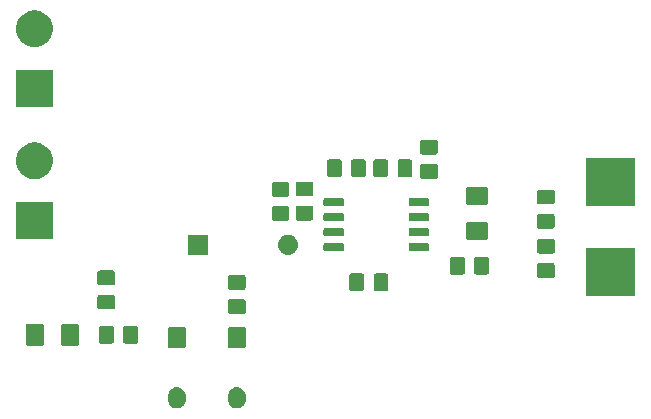
<source format=gbr>
G04 #@! TF.GenerationSoftware,KiCad,Pcbnew,(5.1.4)-1*
G04 #@! TF.CreationDate,2020-04-09T16:08:49+02:00*
G04 #@! TF.ProjectId,PIN_NiklasNachbau,50494e5f-4e69-46b6-9c61-734e61636862,rev?*
G04 #@! TF.SameCoordinates,Original*
G04 #@! TF.FileFunction,Soldermask,Top*
G04 #@! TF.FilePolarity,Negative*
%FSLAX46Y46*%
G04 Gerber Fmt 4.6, Leading zero omitted, Abs format (unit mm)*
G04 Created by KiCad (PCBNEW (5.1.4)-1) date 2020-04-09 16:08:49*
%MOMM*%
%LPD*%
G04 APERTURE LIST*
%ADD10C,0.100000*%
G04 APERTURE END LIST*
D10*
G36*
X117218222Y-83884867D02*
G01*
X117359786Y-83927810D01*
X117490252Y-83997546D01*
X117520040Y-84021992D01*
X117604607Y-84091393D01*
X117674008Y-84175960D01*
X117698454Y-84205748D01*
X117768190Y-84336214D01*
X117811133Y-84477779D01*
X117822000Y-84588114D01*
X117822000Y-84961887D01*
X117811133Y-85072222D01*
X117768190Y-85213786D01*
X117698454Y-85344252D01*
X117661784Y-85388934D01*
X117604607Y-85458606D01*
X117540415Y-85511286D01*
X117490251Y-85552454D01*
X117359785Y-85622190D01*
X117218221Y-85665133D01*
X117071000Y-85679633D01*
X116923778Y-85665133D01*
X116782214Y-85622190D01*
X116651748Y-85552454D01*
X116607066Y-85515784D01*
X116537394Y-85458607D01*
X116443547Y-85344252D01*
X116443546Y-85344251D01*
X116373810Y-85213785D01*
X116330867Y-85072221D01*
X116320000Y-84961886D01*
X116320000Y-84588113D01*
X116330867Y-84477778D01*
X116373810Y-84336214D01*
X116443546Y-84205748D01*
X116480216Y-84161066D01*
X116537393Y-84091394D01*
X116601585Y-84038714D01*
X116651749Y-83997546D01*
X116782215Y-83927810D01*
X116923779Y-83884867D01*
X117071000Y-83870367D01*
X117218222Y-83884867D01*
X117218222Y-83884867D01*
G37*
G36*
X122298222Y-83884867D02*
G01*
X122439786Y-83927810D01*
X122570252Y-83997546D01*
X122600040Y-84021992D01*
X122684607Y-84091393D01*
X122754008Y-84175960D01*
X122778454Y-84205748D01*
X122848190Y-84336214D01*
X122891133Y-84477779D01*
X122902000Y-84588114D01*
X122902000Y-84961887D01*
X122891133Y-85072222D01*
X122848190Y-85213786D01*
X122778454Y-85344252D01*
X122741784Y-85388934D01*
X122684607Y-85458606D01*
X122620415Y-85511286D01*
X122570251Y-85552454D01*
X122439785Y-85622190D01*
X122298221Y-85665133D01*
X122151000Y-85679633D01*
X122003778Y-85665133D01*
X121862214Y-85622190D01*
X121731748Y-85552454D01*
X121687066Y-85515784D01*
X121617394Y-85458607D01*
X121523547Y-85344252D01*
X121523546Y-85344251D01*
X121453810Y-85213785D01*
X121410867Y-85072221D01*
X121400000Y-84961886D01*
X121400000Y-84588113D01*
X121410867Y-84477778D01*
X121453810Y-84336214D01*
X121523546Y-84205748D01*
X121560216Y-84161066D01*
X121617393Y-84091394D01*
X121681585Y-84038714D01*
X121731749Y-83997546D01*
X121862215Y-83927810D01*
X122003779Y-83884867D01*
X122151000Y-83870367D01*
X122298222Y-83884867D01*
X122298222Y-83884867D01*
G37*
G36*
X122751481Y-78798183D02*
G01*
X122786419Y-78808782D01*
X122818619Y-78825993D01*
X122846844Y-78849156D01*
X122870007Y-78877381D01*
X122887218Y-78909581D01*
X122897817Y-78944519D01*
X122902000Y-78986996D01*
X122902000Y-80403004D01*
X122897817Y-80445481D01*
X122887218Y-80480419D01*
X122870007Y-80512619D01*
X122846844Y-80540844D01*
X122818619Y-80564007D01*
X122786419Y-80581218D01*
X122751481Y-80591817D01*
X122709004Y-80596000D01*
X121592996Y-80596000D01*
X121550519Y-80591817D01*
X121515581Y-80581218D01*
X121483381Y-80564007D01*
X121455156Y-80540844D01*
X121431993Y-80512619D01*
X121414782Y-80480419D01*
X121404183Y-80445481D01*
X121400000Y-80403004D01*
X121400000Y-78986996D01*
X121404183Y-78944519D01*
X121414782Y-78909581D01*
X121431993Y-78877381D01*
X121455156Y-78849156D01*
X121483381Y-78825993D01*
X121515581Y-78808782D01*
X121550519Y-78798183D01*
X121592996Y-78794000D01*
X122709004Y-78794000D01*
X122751481Y-78798183D01*
X122751481Y-78798183D01*
G37*
G36*
X117671481Y-78798183D02*
G01*
X117706419Y-78808782D01*
X117738619Y-78825993D01*
X117766844Y-78849156D01*
X117790007Y-78877381D01*
X117807218Y-78909581D01*
X117817817Y-78944519D01*
X117822000Y-78986996D01*
X117822000Y-80403004D01*
X117817817Y-80445481D01*
X117807218Y-80480419D01*
X117790007Y-80512619D01*
X117766844Y-80540844D01*
X117738619Y-80564007D01*
X117706419Y-80581218D01*
X117671481Y-80591817D01*
X117629004Y-80596000D01*
X116512996Y-80596000D01*
X116470519Y-80591817D01*
X116435581Y-80581218D01*
X116403381Y-80564007D01*
X116375156Y-80540844D01*
X116351993Y-80512619D01*
X116334782Y-80480419D01*
X116324183Y-80445481D01*
X116320000Y-80403004D01*
X116320000Y-78986996D01*
X116324183Y-78944519D01*
X116334782Y-78909581D01*
X116351993Y-78877381D01*
X116375156Y-78849156D01*
X116403381Y-78825993D01*
X116435581Y-78808782D01*
X116470519Y-78798183D01*
X116512996Y-78794000D01*
X117629004Y-78794000D01*
X117671481Y-78798183D01*
X117671481Y-78798183D01*
G37*
G36*
X108630562Y-78519181D02*
G01*
X108665481Y-78529774D01*
X108697663Y-78546976D01*
X108725873Y-78570127D01*
X108749024Y-78598337D01*
X108766226Y-78630519D01*
X108776819Y-78665438D01*
X108781000Y-78707895D01*
X108781000Y-80174105D01*
X108776819Y-80216562D01*
X108766226Y-80251481D01*
X108749024Y-80283663D01*
X108725873Y-80311873D01*
X108697663Y-80335024D01*
X108665481Y-80352226D01*
X108630562Y-80362819D01*
X108588105Y-80367000D01*
X107446895Y-80367000D01*
X107404438Y-80362819D01*
X107369519Y-80352226D01*
X107337337Y-80335024D01*
X107309127Y-80311873D01*
X107285976Y-80283663D01*
X107268774Y-80251481D01*
X107258181Y-80216562D01*
X107254000Y-80174105D01*
X107254000Y-78707895D01*
X107258181Y-78665438D01*
X107268774Y-78630519D01*
X107285976Y-78598337D01*
X107309127Y-78570127D01*
X107337337Y-78546976D01*
X107369519Y-78529774D01*
X107404438Y-78519181D01*
X107446895Y-78515000D01*
X108588105Y-78515000D01*
X108630562Y-78519181D01*
X108630562Y-78519181D01*
G37*
G36*
X105655562Y-78519181D02*
G01*
X105690481Y-78529774D01*
X105722663Y-78546976D01*
X105750873Y-78570127D01*
X105774024Y-78598337D01*
X105791226Y-78630519D01*
X105801819Y-78665438D01*
X105806000Y-78707895D01*
X105806000Y-80174105D01*
X105801819Y-80216562D01*
X105791226Y-80251481D01*
X105774024Y-80283663D01*
X105750873Y-80311873D01*
X105722663Y-80335024D01*
X105690481Y-80352226D01*
X105655562Y-80362819D01*
X105613105Y-80367000D01*
X104471895Y-80367000D01*
X104429438Y-80362819D01*
X104394519Y-80352226D01*
X104362337Y-80335024D01*
X104334127Y-80311873D01*
X104310976Y-80283663D01*
X104293774Y-80251481D01*
X104283181Y-80216562D01*
X104279000Y-80174105D01*
X104279000Y-78707895D01*
X104283181Y-78665438D01*
X104293774Y-78630519D01*
X104310976Y-78598337D01*
X104334127Y-78570127D01*
X104362337Y-78546976D01*
X104394519Y-78529774D01*
X104429438Y-78519181D01*
X104471895Y-78515000D01*
X105613105Y-78515000D01*
X105655562Y-78519181D01*
X105655562Y-78519181D01*
G37*
G36*
X113615674Y-78694465D02*
G01*
X113653367Y-78705899D01*
X113688103Y-78724466D01*
X113718548Y-78749452D01*
X113743534Y-78779897D01*
X113762101Y-78814633D01*
X113773535Y-78852326D01*
X113778000Y-78897661D01*
X113778000Y-79984339D01*
X113773535Y-80029674D01*
X113762101Y-80067367D01*
X113743534Y-80102103D01*
X113718548Y-80132548D01*
X113688103Y-80157534D01*
X113653367Y-80176101D01*
X113615674Y-80187535D01*
X113570339Y-80192000D01*
X112733661Y-80192000D01*
X112688326Y-80187535D01*
X112650633Y-80176101D01*
X112615897Y-80157534D01*
X112585452Y-80132548D01*
X112560466Y-80102103D01*
X112541899Y-80067367D01*
X112530465Y-80029674D01*
X112526000Y-79984339D01*
X112526000Y-78897661D01*
X112530465Y-78852326D01*
X112541899Y-78814633D01*
X112560466Y-78779897D01*
X112585452Y-78749452D01*
X112615897Y-78724466D01*
X112650633Y-78705899D01*
X112688326Y-78694465D01*
X112733661Y-78690000D01*
X113570339Y-78690000D01*
X113615674Y-78694465D01*
X113615674Y-78694465D01*
G37*
G36*
X111565674Y-78694465D02*
G01*
X111603367Y-78705899D01*
X111638103Y-78724466D01*
X111668548Y-78749452D01*
X111693534Y-78779897D01*
X111712101Y-78814633D01*
X111723535Y-78852326D01*
X111728000Y-78897661D01*
X111728000Y-79984339D01*
X111723535Y-80029674D01*
X111712101Y-80067367D01*
X111693534Y-80102103D01*
X111668548Y-80132548D01*
X111638103Y-80157534D01*
X111603367Y-80176101D01*
X111565674Y-80187535D01*
X111520339Y-80192000D01*
X110683661Y-80192000D01*
X110638326Y-80187535D01*
X110600633Y-80176101D01*
X110565897Y-80157534D01*
X110535452Y-80132548D01*
X110510466Y-80102103D01*
X110491899Y-80067367D01*
X110480465Y-80029674D01*
X110476000Y-79984339D01*
X110476000Y-78897661D01*
X110480465Y-78852326D01*
X110491899Y-78814633D01*
X110510466Y-78779897D01*
X110535452Y-78749452D01*
X110565897Y-78724466D01*
X110600633Y-78705899D01*
X110638326Y-78694465D01*
X110683661Y-78690000D01*
X111520339Y-78690000D01*
X111565674Y-78694465D01*
X111565674Y-78694465D01*
G37*
G36*
X122729674Y-76443465D02*
G01*
X122767367Y-76454899D01*
X122802103Y-76473466D01*
X122832548Y-76498452D01*
X122857534Y-76528897D01*
X122876101Y-76563633D01*
X122887535Y-76601326D01*
X122892000Y-76646661D01*
X122892000Y-77483339D01*
X122887535Y-77528674D01*
X122876101Y-77566367D01*
X122857534Y-77601103D01*
X122832548Y-77631548D01*
X122802103Y-77656534D01*
X122767367Y-77675101D01*
X122729674Y-77686535D01*
X122684339Y-77691000D01*
X121597661Y-77691000D01*
X121552326Y-77686535D01*
X121514633Y-77675101D01*
X121479897Y-77656534D01*
X121449452Y-77631548D01*
X121424466Y-77601103D01*
X121405899Y-77566367D01*
X121394465Y-77528674D01*
X121390000Y-77483339D01*
X121390000Y-76646661D01*
X121394465Y-76601326D01*
X121405899Y-76563633D01*
X121424466Y-76528897D01*
X121449452Y-76498452D01*
X121479897Y-76473466D01*
X121514633Y-76454899D01*
X121552326Y-76443465D01*
X121597661Y-76439000D01*
X122684339Y-76439000D01*
X122729674Y-76443465D01*
X122729674Y-76443465D01*
G37*
G36*
X111680674Y-76053465D02*
G01*
X111718367Y-76064899D01*
X111753103Y-76083466D01*
X111783548Y-76108452D01*
X111808534Y-76138897D01*
X111827101Y-76173633D01*
X111838535Y-76211326D01*
X111843000Y-76256661D01*
X111843000Y-77093339D01*
X111838535Y-77138674D01*
X111827101Y-77176367D01*
X111808534Y-77211103D01*
X111783548Y-77241548D01*
X111753103Y-77266534D01*
X111718367Y-77285101D01*
X111680674Y-77296535D01*
X111635339Y-77301000D01*
X110548661Y-77301000D01*
X110503326Y-77296535D01*
X110465633Y-77285101D01*
X110430897Y-77266534D01*
X110400452Y-77241548D01*
X110375466Y-77211103D01*
X110356899Y-77176367D01*
X110345465Y-77138674D01*
X110341000Y-77093339D01*
X110341000Y-76256661D01*
X110345465Y-76211326D01*
X110356899Y-76173633D01*
X110375466Y-76138897D01*
X110400452Y-76108452D01*
X110430897Y-76083466D01*
X110465633Y-76064899D01*
X110503326Y-76053465D01*
X110548661Y-76049000D01*
X111635339Y-76049000D01*
X111680674Y-76053465D01*
X111680674Y-76053465D01*
G37*
G36*
X155825000Y-76158000D02*
G01*
X151723000Y-76158000D01*
X151723000Y-72056000D01*
X155825000Y-72056000D01*
X155825000Y-76158000D01*
X155825000Y-76158000D01*
G37*
G36*
X132765674Y-74249465D02*
G01*
X132803367Y-74260899D01*
X132838103Y-74279466D01*
X132868548Y-74304452D01*
X132893534Y-74334897D01*
X132912101Y-74369633D01*
X132923535Y-74407326D01*
X132928000Y-74452661D01*
X132928000Y-75539339D01*
X132923535Y-75584674D01*
X132912101Y-75622367D01*
X132893534Y-75657103D01*
X132868548Y-75687548D01*
X132838103Y-75712534D01*
X132803367Y-75731101D01*
X132765674Y-75742535D01*
X132720339Y-75747000D01*
X131883661Y-75747000D01*
X131838326Y-75742535D01*
X131800633Y-75731101D01*
X131765897Y-75712534D01*
X131735452Y-75687548D01*
X131710466Y-75657103D01*
X131691899Y-75622367D01*
X131680465Y-75584674D01*
X131676000Y-75539339D01*
X131676000Y-74452661D01*
X131680465Y-74407326D01*
X131691899Y-74369633D01*
X131710466Y-74334897D01*
X131735452Y-74304452D01*
X131765897Y-74279466D01*
X131800633Y-74260899D01*
X131838326Y-74249465D01*
X131883661Y-74245000D01*
X132720339Y-74245000D01*
X132765674Y-74249465D01*
X132765674Y-74249465D01*
G37*
G36*
X134815674Y-74249465D02*
G01*
X134853367Y-74260899D01*
X134888103Y-74279466D01*
X134918548Y-74304452D01*
X134943534Y-74334897D01*
X134962101Y-74369633D01*
X134973535Y-74407326D01*
X134978000Y-74452661D01*
X134978000Y-75539339D01*
X134973535Y-75584674D01*
X134962101Y-75622367D01*
X134943534Y-75657103D01*
X134918548Y-75687548D01*
X134888103Y-75712534D01*
X134853367Y-75731101D01*
X134815674Y-75742535D01*
X134770339Y-75747000D01*
X133933661Y-75747000D01*
X133888326Y-75742535D01*
X133850633Y-75731101D01*
X133815897Y-75712534D01*
X133785452Y-75687548D01*
X133760466Y-75657103D01*
X133741899Y-75622367D01*
X133730465Y-75584674D01*
X133726000Y-75539339D01*
X133726000Y-74452661D01*
X133730465Y-74407326D01*
X133741899Y-74369633D01*
X133760466Y-74334897D01*
X133785452Y-74304452D01*
X133815897Y-74279466D01*
X133850633Y-74260899D01*
X133888326Y-74249465D01*
X133933661Y-74245000D01*
X134770339Y-74245000D01*
X134815674Y-74249465D01*
X134815674Y-74249465D01*
G37*
G36*
X122729674Y-74393465D02*
G01*
X122767367Y-74404899D01*
X122802103Y-74423466D01*
X122832548Y-74448452D01*
X122857534Y-74478897D01*
X122876101Y-74513633D01*
X122887535Y-74551326D01*
X122892000Y-74596661D01*
X122892000Y-75433339D01*
X122887535Y-75478674D01*
X122876101Y-75516367D01*
X122857534Y-75551103D01*
X122832548Y-75581548D01*
X122802103Y-75606534D01*
X122767367Y-75625101D01*
X122729674Y-75636535D01*
X122684339Y-75641000D01*
X121597661Y-75641000D01*
X121552326Y-75636535D01*
X121514633Y-75625101D01*
X121479897Y-75606534D01*
X121449452Y-75581548D01*
X121424466Y-75551103D01*
X121405899Y-75516367D01*
X121394465Y-75478674D01*
X121390000Y-75433339D01*
X121390000Y-74596661D01*
X121394465Y-74551326D01*
X121405899Y-74513633D01*
X121424466Y-74478897D01*
X121449452Y-74448452D01*
X121479897Y-74423466D01*
X121514633Y-74404899D01*
X121552326Y-74393465D01*
X121597661Y-74389000D01*
X122684339Y-74389000D01*
X122729674Y-74393465D01*
X122729674Y-74393465D01*
G37*
G36*
X111680674Y-74003465D02*
G01*
X111718367Y-74014899D01*
X111753103Y-74033466D01*
X111783548Y-74058452D01*
X111808534Y-74088897D01*
X111827101Y-74123633D01*
X111838535Y-74161326D01*
X111843000Y-74206661D01*
X111843000Y-75043339D01*
X111838535Y-75088674D01*
X111827101Y-75126367D01*
X111808534Y-75161103D01*
X111783548Y-75191548D01*
X111753103Y-75216534D01*
X111718367Y-75235101D01*
X111680674Y-75246535D01*
X111635339Y-75251000D01*
X110548661Y-75251000D01*
X110503326Y-75246535D01*
X110465633Y-75235101D01*
X110430897Y-75216534D01*
X110400452Y-75191548D01*
X110375466Y-75161103D01*
X110356899Y-75126367D01*
X110345465Y-75088674D01*
X110341000Y-75043339D01*
X110341000Y-74206661D01*
X110345465Y-74161326D01*
X110356899Y-74123633D01*
X110375466Y-74088897D01*
X110400452Y-74058452D01*
X110430897Y-74033466D01*
X110465633Y-74014899D01*
X110503326Y-74003465D01*
X110548661Y-73999000D01*
X111635339Y-73999000D01*
X111680674Y-74003465D01*
X111680674Y-74003465D01*
G37*
G36*
X148901674Y-73376465D02*
G01*
X148939367Y-73387899D01*
X148974103Y-73406466D01*
X149004548Y-73431452D01*
X149029534Y-73461897D01*
X149048101Y-73496633D01*
X149059535Y-73534326D01*
X149064000Y-73579661D01*
X149064000Y-74416339D01*
X149059535Y-74461674D01*
X149048101Y-74499367D01*
X149029534Y-74534103D01*
X149004548Y-74564548D01*
X148974103Y-74589534D01*
X148939367Y-74608101D01*
X148901674Y-74619535D01*
X148856339Y-74624000D01*
X147769661Y-74624000D01*
X147724326Y-74619535D01*
X147686633Y-74608101D01*
X147651897Y-74589534D01*
X147621452Y-74564548D01*
X147596466Y-74534103D01*
X147577899Y-74499367D01*
X147566465Y-74461674D01*
X147562000Y-74416339D01*
X147562000Y-73579661D01*
X147566465Y-73534326D01*
X147577899Y-73496633D01*
X147596466Y-73461897D01*
X147621452Y-73431452D01*
X147651897Y-73406466D01*
X147686633Y-73387899D01*
X147724326Y-73376465D01*
X147769661Y-73372000D01*
X148856339Y-73372000D01*
X148901674Y-73376465D01*
X148901674Y-73376465D01*
G37*
G36*
X143324674Y-72852465D02*
G01*
X143362367Y-72863899D01*
X143397103Y-72882466D01*
X143427548Y-72907452D01*
X143452534Y-72937897D01*
X143471101Y-72972633D01*
X143482535Y-73010326D01*
X143487000Y-73055661D01*
X143487000Y-74142339D01*
X143482535Y-74187674D01*
X143471101Y-74225367D01*
X143452534Y-74260103D01*
X143427548Y-74290548D01*
X143397103Y-74315534D01*
X143362367Y-74334101D01*
X143324674Y-74345535D01*
X143279339Y-74350000D01*
X142442661Y-74350000D01*
X142397326Y-74345535D01*
X142359633Y-74334101D01*
X142324897Y-74315534D01*
X142294452Y-74290548D01*
X142269466Y-74260103D01*
X142250899Y-74225367D01*
X142239465Y-74187674D01*
X142235000Y-74142339D01*
X142235000Y-73055661D01*
X142239465Y-73010326D01*
X142250899Y-72972633D01*
X142269466Y-72937897D01*
X142294452Y-72907452D01*
X142324897Y-72882466D01*
X142359633Y-72863899D01*
X142397326Y-72852465D01*
X142442661Y-72848000D01*
X143279339Y-72848000D01*
X143324674Y-72852465D01*
X143324674Y-72852465D01*
G37*
G36*
X141274674Y-72852465D02*
G01*
X141312367Y-72863899D01*
X141347103Y-72882466D01*
X141377548Y-72907452D01*
X141402534Y-72937897D01*
X141421101Y-72972633D01*
X141432535Y-73010326D01*
X141437000Y-73055661D01*
X141437000Y-74142339D01*
X141432535Y-74187674D01*
X141421101Y-74225367D01*
X141402534Y-74260103D01*
X141377548Y-74290548D01*
X141347103Y-74315534D01*
X141312367Y-74334101D01*
X141274674Y-74345535D01*
X141229339Y-74350000D01*
X140392661Y-74350000D01*
X140347326Y-74345535D01*
X140309633Y-74334101D01*
X140274897Y-74315534D01*
X140244452Y-74290548D01*
X140219466Y-74260103D01*
X140200899Y-74225367D01*
X140189465Y-74187674D01*
X140185000Y-74142339D01*
X140185000Y-73055661D01*
X140189465Y-73010326D01*
X140200899Y-72972633D01*
X140219466Y-72937897D01*
X140244452Y-72907452D01*
X140274897Y-72882466D01*
X140309633Y-72863899D01*
X140347326Y-72852465D01*
X140392661Y-72848000D01*
X141229339Y-72848000D01*
X141274674Y-72852465D01*
X141274674Y-72852465D01*
G37*
G36*
X119700000Y-72672000D02*
G01*
X117998000Y-72672000D01*
X117998000Y-70970000D01*
X119700000Y-70970000D01*
X119700000Y-72672000D01*
X119700000Y-72672000D01*
G37*
G36*
X126635823Y-70982313D02*
G01*
X126796242Y-71030976D01*
X126896236Y-71084424D01*
X126944078Y-71109996D01*
X127073659Y-71216341D01*
X127180004Y-71345922D01*
X127180005Y-71345924D01*
X127259024Y-71493758D01*
X127307687Y-71654177D01*
X127324117Y-71821000D01*
X127307687Y-71987823D01*
X127259024Y-72148242D01*
X127188114Y-72280906D01*
X127180004Y-72296078D01*
X127073659Y-72425659D01*
X126944078Y-72532004D01*
X126944076Y-72532005D01*
X126796242Y-72611024D01*
X126635823Y-72659687D01*
X126510804Y-72672000D01*
X126427196Y-72672000D01*
X126302177Y-72659687D01*
X126141758Y-72611024D01*
X125993924Y-72532005D01*
X125993922Y-72532004D01*
X125864341Y-72425659D01*
X125757996Y-72296078D01*
X125749886Y-72280906D01*
X125678976Y-72148242D01*
X125630313Y-71987823D01*
X125613883Y-71821000D01*
X125630313Y-71654177D01*
X125678976Y-71493758D01*
X125757995Y-71345924D01*
X125757996Y-71345922D01*
X125864341Y-71216341D01*
X125993922Y-71109996D01*
X126041764Y-71084424D01*
X126141758Y-71030976D01*
X126302177Y-70982313D01*
X126427196Y-70970000D01*
X126510804Y-70970000D01*
X126635823Y-70982313D01*
X126635823Y-70982313D01*
G37*
G36*
X148901674Y-71326465D02*
G01*
X148939367Y-71337899D01*
X148974103Y-71356466D01*
X149004548Y-71381452D01*
X149029534Y-71411897D01*
X149048101Y-71446633D01*
X149059535Y-71484326D01*
X149064000Y-71529661D01*
X149064000Y-72366339D01*
X149059535Y-72411674D01*
X149048101Y-72449367D01*
X149029534Y-72484103D01*
X149004548Y-72514548D01*
X148974103Y-72539534D01*
X148939367Y-72558101D01*
X148901674Y-72569535D01*
X148856339Y-72574000D01*
X147769661Y-72574000D01*
X147724326Y-72569535D01*
X147686633Y-72558101D01*
X147651897Y-72539534D01*
X147621452Y-72514548D01*
X147596466Y-72484103D01*
X147577899Y-72449367D01*
X147566465Y-72411674D01*
X147562000Y-72366339D01*
X147562000Y-71529661D01*
X147566465Y-71484326D01*
X147577899Y-71446633D01*
X147596466Y-71411897D01*
X147621452Y-71381452D01*
X147651897Y-71356466D01*
X147686633Y-71337899D01*
X147724326Y-71326465D01*
X147769661Y-71322000D01*
X148856339Y-71322000D01*
X148901674Y-71326465D01*
X148901674Y-71326465D01*
G37*
G36*
X138290929Y-71684765D02*
G01*
X138312010Y-71691161D01*
X138331446Y-71701549D01*
X138348477Y-71715525D01*
X138362453Y-71732556D01*
X138372841Y-71751992D01*
X138379237Y-71773073D01*
X138382001Y-71801141D01*
X138382001Y-72264861D01*
X138379237Y-72292929D01*
X138372841Y-72314010D01*
X138362453Y-72333446D01*
X138348477Y-72350477D01*
X138331446Y-72364453D01*
X138312010Y-72374841D01*
X138290929Y-72381237D01*
X138262861Y-72384001D01*
X136799141Y-72384001D01*
X136771073Y-72381237D01*
X136749992Y-72374841D01*
X136730556Y-72364453D01*
X136713525Y-72350477D01*
X136699549Y-72333446D01*
X136689161Y-72314010D01*
X136682765Y-72292929D01*
X136680001Y-72264861D01*
X136680001Y-71801141D01*
X136682765Y-71773073D01*
X136689161Y-71751992D01*
X136699549Y-71732556D01*
X136713525Y-71715525D01*
X136730556Y-71701549D01*
X136749992Y-71691161D01*
X136771073Y-71684765D01*
X136799141Y-71682001D01*
X138262861Y-71682001D01*
X138290929Y-71684765D01*
X138290929Y-71684765D01*
G37*
G36*
X131090929Y-71684765D02*
G01*
X131112010Y-71691161D01*
X131131446Y-71701549D01*
X131148477Y-71715525D01*
X131162453Y-71732556D01*
X131172841Y-71751992D01*
X131179237Y-71773073D01*
X131182001Y-71801141D01*
X131182001Y-72264861D01*
X131179237Y-72292929D01*
X131172841Y-72314010D01*
X131162453Y-72333446D01*
X131148477Y-72350477D01*
X131131446Y-72364453D01*
X131112010Y-72374841D01*
X131090929Y-72381237D01*
X131062861Y-72384001D01*
X129599141Y-72384001D01*
X129571073Y-72381237D01*
X129549992Y-72374841D01*
X129530556Y-72364453D01*
X129513525Y-72350477D01*
X129499549Y-72333446D01*
X129489161Y-72314010D01*
X129482765Y-72292929D01*
X129480001Y-72264861D01*
X129480001Y-71801141D01*
X129482765Y-71773073D01*
X129489161Y-71751992D01*
X129499549Y-71732556D01*
X129513525Y-71715525D01*
X129530556Y-71701549D01*
X129549992Y-71691161D01*
X129571073Y-71684765D01*
X129599141Y-71682001D01*
X131062861Y-71682001D01*
X131090929Y-71684765D01*
X131090929Y-71684765D01*
G37*
G36*
X143246562Y-69882181D02*
G01*
X143281481Y-69892774D01*
X143313663Y-69909976D01*
X143341873Y-69933127D01*
X143365024Y-69961337D01*
X143382226Y-69993519D01*
X143392819Y-70028438D01*
X143397000Y-70070895D01*
X143397000Y-71212105D01*
X143392819Y-71254562D01*
X143382226Y-71289481D01*
X143365024Y-71321663D01*
X143341873Y-71349873D01*
X143313663Y-71373024D01*
X143281481Y-71390226D01*
X143246562Y-71400819D01*
X143204105Y-71405000D01*
X141737895Y-71405000D01*
X141695438Y-71400819D01*
X141660519Y-71390226D01*
X141628337Y-71373024D01*
X141600127Y-71349873D01*
X141576976Y-71321663D01*
X141559774Y-71289481D01*
X141549181Y-71254562D01*
X141545000Y-71212105D01*
X141545000Y-70070895D01*
X141549181Y-70028438D01*
X141559774Y-69993519D01*
X141576976Y-69961337D01*
X141600127Y-69933127D01*
X141628337Y-69909976D01*
X141660519Y-69892774D01*
X141695438Y-69882181D01*
X141737895Y-69878000D01*
X143204105Y-69878000D01*
X143246562Y-69882181D01*
X143246562Y-69882181D01*
G37*
G36*
X106557000Y-71340000D02*
G01*
X103455000Y-71340000D01*
X103455000Y-68238000D01*
X106557000Y-68238000D01*
X106557000Y-71340000D01*
X106557000Y-71340000D01*
G37*
G36*
X138290929Y-70414765D02*
G01*
X138312010Y-70421161D01*
X138331446Y-70431549D01*
X138348477Y-70445525D01*
X138362453Y-70462556D01*
X138372841Y-70481992D01*
X138379237Y-70503073D01*
X138382001Y-70531141D01*
X138382001Y-70994861D01*
X138379237Y-71022929D01*
X138372841Y-71044010D01*
X138362453Y-71063446D01*
X138348477Y-71080477D01*
X138331446Y-71094453D01*
X138312010Y-71104841D01*
X138290929Y-71111237D01*
X138262861Y-71114001D01*
X136799141Y-71114001D01*
X136771073Y-71111237D01*
X136749992Y-71104841D01*
X136730556Y-71094453D01*
X136713525Y-71080477D01*
X136699549Y-71063446D01*
X136689161Y-71044010D01*
X136682765Y-71022929D01*
X136680001Y-70994861D01*
X136680001Y-70531141D01*
X136682765Y-70503073D01*
X136689161Y-70481992D01*
X136699549Y-70462556D01*
X136713525Y-70445525D01*
X136730556Y-70431549D01*
X136749992Y-70421161D01*
X136771073Y-70414765D01*
X136799141Y-70412001D01*
X138262861Y-70412001D01*
X138290929Y-70414765D01*
X138290929Y-70414765D01*
G37*
G36*
X131090929Y-70414765D02*
G01*
X131112010Y-70421161D01*
X131131446Y-70431549D01*
X131148477Y-70445525D01*
X131162453Y-70462556D01*
X131172841Y-70481992D01*
X131179237Y-70503073D01*
X131182001Y-70531141D01*
X131182001Y-70994861D01*
X131179237Y-71022929D01*
X131172841Y-71044010D01*
X131162453Y-71063446D01*
X131148477Y-71080477D01*
X131131446Y-71094453D01*
X131112010Y-71104841D01*
X131090929Y-71111237D01*
X131062861Y-71114001D01*
X129599141Y-71114001D01*
X129571073Y-71111237D01*
X129549992Y-71104841D01*
X129530556Y-71094453D01*
X129513525Y-71080477D01*
X129499549Y-71063446D01*
X129489161Y-71044010D01*
X129482765Y-71022929D01*
X129480001Y-70994861D01*
X129480001Y-70531141D01*
X129482765Y-70503073D01*
X129489161Y-70481992D01*
X129499549Y-70462556D01*
X129513525Y-70445525D01*
X129530556Y-70431549D01*
X129549992Y-70421161D01*
X129571073Y-70414765D01*
X129599141Y-70412001D01*
X131062861Y-70412001D01*
X131090929Y-70414765D01*
X131090929Y-70414765D01*
G37*
G36*
X148891674Y-69204465D02*
G01*
X148929367Y-69215899D01*
X148964103Y-69234466D01*
X148994548Y-69259452D01*
X149019534Y-69289897D01*
X149038101Y-69324633D01*
X149049535Y-69362326D01*
X149054000Y-69407661D01*
X149054000Y-70244339D01*
X149049535Y-70289674D01*
X149038101Y-70327367D01*
X149019534Y-70362103D01*
X148994548Y-70392548D01*
X148964103Y-70417534D01*
X148929367Y-70436101D01*
X148891674Y-70447535D01*
X148846339Y-70452000D01*
X147759661Y-70452000D01*
X147714326Y-70447535D01*
X147676633Y-70436101D01*
X147641897Y-70417534D01*
X147611452Y-70392548D01*
X147586466Y-70362103D01*
X147567899Y-70327367D01*
X147556465Y-70289674D01*
X147552000Y-70244339D01*
X147552000Y-69407661D01*
X147556465Y-69362326D01*
X147567899Y-69324633D01*
X147586466Y-69289897D01*
X147611452Y-69259452D01*
X147641897Y-69234466D01*
X147676633Y-69215899D01*
X147714326Y-69204465D01*
X147759661Y-69200000D01*
X148846339Y-69200000D01*
X148891674Y-69204465D01*
X148891674Y-69204465D01*
G37*
G36*
X131090929Y-69144765D02*
G01*
X131112010Y-69151161D01*
X131131446Y-69161549D01*
X131148477Y-69175525D01*
X131162453Y-69192556D01*
X131172841Y-69211992D01*
X131179237Y-69233073D01*
X131182001Y-69261141D01*
X131182001Y-69724861D01*
X131179237Y-69752929D01*
X131172841Y-69774010D01*
X131162453Y-69793446D01*
X131148477Y-69810477D01*
X131131446Y-69824453D01*
X131112010Y-69834841D01*
X131090929Y-69841237D01*
X131062861Y-69844001D01*
X129599141Y-69844001D01*
X129571073Y-69841237D01*
X129549992Y-69834841D01*
X129530556Y-69824453D01*
X129513525Y-69810477D01*
X129499549Y-69793446D01*
X129489161Y-69774010D01*
X129482765Y-69752929D01*
X129480001Y-69724861D01*
X129480001Y-69261141D01*
X129482765Y-69233073D01*
X129489161Y-69211992D01*
X129499549Y-69192556D01*
X129513525Y-69175525D01*
X129530556Y-69161549D01*
X129549992Y-69151161D01*
X129571073Y-69144765D01*
X129599141Y-69142001D01*
X131062861Y-69142001D01*
X131090929Y-69144765D01*
X131090929Y-69144765D01*
G37*
G36*
X138290929Y-69144765D02*
G01*
X138312010Y-69151161D01*
X138331446Y-69161549D01*
X138348477Y-69175525D01*
X138362453Y-69192556D01*
X138372841Y-69211992D01*
X138379237Y-69233073D01*
X138382001Y-69261141D01*
X138382001Y-69724861D01*
X138379237Y-69752929D01*
X138372841Y-69774010D01*
X138362453Y-69793446D01*
X138348477Y-69810477D01*
X138331446Y-69824453D01*
X138312010Y-69834841D01*
X138290929Y-69841237D01*
X138262861Y-69844001D01*
X136799141Y-69844001D01*
X136771073Y-69841237D01*
X136749992Y-69834841D01*
X136730556Y-69824453D01*
X136713525Y-69810477D01*
X136699549Y-69793446D01*
X136689161Y-69774010D01*
X136682765Y-69752929D01*
X136680001Y-69724861D01*
X136680001Y-69261141D01*
X136682765Y-69233073D01*
X136689161Y-69211992D01*
X136699549Y-69192556D01*
X136713525Y-69175525D01*
X136730556Y-69161549D01*
X136749992Y-69151161D01*
X136771073Y-69144765D01*
X136799141Y-69142001D01*
X138262861Y-69142001D01*
X138290929Y-69144765D01*
X138290929Y-69144765D01*
G37*
G36*
X126422674Y-68550465D02*
G01*
X126460367Y-68561899D01*
X126495103Y-68580466D01*
X126525548Y-68605452D01*
X126550534Y-68635897D01*
X126569101Y-68670633D01*
X126580535Y-68708326D01*
X126585000Y-68753661D01*
X126585000Y-69590339D01*
X126580535Y-69635674D01*
X126569101Y-69673367D01*
X126550534Y-69708103D01*
X126525548Y-69738548D01*
X126495103Y-69763534D01*
X126460367Y-69782101D01*
X126422674Y-69793535D01*
X126377339Y-69798000D01*
X125290661Y-69798000D01*
X125245326Y-69793535D01*
X125207633Y-69782101D01*
X125172897Y-69763534D01*
X125142452Y-69738548D01*
X125117466Y-69708103D01*
X125098899Y-69673367D01*
X125087465Y-69635674D01*
X125083000Y-69590339D01*
X125083000Y-68753661D01*
X125087465Y-68708326D01*
X125098899Y-68670633D01*
X125117466Y-68635897D01*
X125142452Y-68605452D01*
X125172897Y-68580466D01*
X125207633Y-68561899D01*
X125245326Y-68550465D01*
X125290661Y-68546000D01*
X126377339Y-68546000D01*
X126422674Y-68550465D01*
X126422674Y-68550465D01*
G37*
G36*
X128454673Y-68524466D02*
G01*
X128492366Y-68535900D01*
X128527102Y-68554467D01*
X128557547Y-68579453D01*
X128582533Y-68609898D01*
X128601100Y-68644634D01*
X128612534Y-68682327D01*
X128616999Y-68727662D01*
X128616999Y-69564340D01*
X128612534Y-69609675D01*
X128601100Y-69647368D01*
X128582533Y-69682104D01*
X128557547Y-69712549D01*
X128527102Y-69737535D01*
X128492366Y-69756102D01*
X128454673Y-69767536D01*
X128409338Y-69772001D01*
X127322660Y-69772001D01*
X127277325Y-69767536D01*
X127239632Y-69756102D01*
X127204896Y-69737535D01*
X127174451Y-69712549D01*
X127149465Y-69682104D01*
X127130898Y-69647368D01*
X127119464Y-69609675D01*
X127114999Y-69564340D01*
X127114999Y-68727662D01*
X127119464Y-68682327D01*
X127130898Y-68644634D01*
X127149465Y-68609898D01*
X127174451Y-68579453D01*
X127204896Y-68554467D01*
X127239632Y-68535900D01*
X127277325Y-68524466D01*
X127322660Y-68520001D01*
X128409338Y-68520001D01*
X128454673Y-68524466D01*
X128454673Y-68524466D01*
G37*
G36*
X138290929Y-67874765D02*
G01*
X138312010Y-67881161D01*
X138331446Y-67891549D01*
X138348477Y-67905525D01*
X138362453Y-67922556D01*
X138372841Y-67941992D01*
X138379237Y-67963073D01*
X138382001Y-67991141D01*
X138382001Y-68454861D01*
X138379237Y-68482929D01*
X138372841Y-68504010D01*
X138362453Y-68523446D01*
X138348477Y-68540477D01*
X138331446Y-68554453D01*
X138312010Y-68564841D01*
X138290929Y-68571237D01*
X138262861Y-68574001D01*
X136799141Y-68574001D01*
X136771073Y-68571237D01*
X136749992Y-68564841D01*
X136730556Y-68554453D01*
X136713525Y-68540477D01*
X136699549Y-68523446D01*
X136689161Y-68504010D01*
X136682765Y-68482929D01*
X136680001Y-68454861D01*
X136680001Y-67991141D01*
X136682765Y-67963073D01*
X136689161Y-67941992D01*
X136699549Y-67922556D01*
X136713525Y-67905525D01*
X136730556Y-67891549D01*
X136749992Y-67881161D01*
X136771073Y-67874765D01*
X136799141Y-67872001D01*
X138262861Y-67872001D01*
X138290929Y-67874765D01*
X138290929Y-67874765D01*
G37*
G36*
X131090929Y-67874765D02*
G01*
X131112010Y-67881161D01*
X131131446Y-67891549D01*
X131148477Y-67905525D01*
X131162453Y-67922556D01*
X131172841Y-67941992D01*
X131179237Y-67963073D01*
X131182001Y-67991141D01*
X131182001Y-68454861D01*
X131179237Y-68482929D01*
X131172841Y-68504010D01*
X131162453Y-68523446D01*
X131148477Y-68540477D01*
X131131446Y-68554453D01*
X131112010Y-68564841D01*
X131090929Y-68571237D01*
X131062861Y-68574001D01*
X129599141Y-68574001D01*
X129571073Y-68571237D01*
X129549992Y-68564841D01*
X129530556Y-68554453D01*
X129513525Y-68540477D01*
X129499549Y-68523446D01*
X129489161Y-68504010D01*
X129482765Y-68482929D01*
X129480001Y-68454861D01*
X129480001Y-67991141D01*
X129482765Y-67963073D01*
X129489161Y-67941992D01*
X129499549Y-67922556D01*
X129513525Y-67905525D01*
X129530556Y-67891549D01*
X129549992Y-67881161D01*
X129571073Y-67874765D01*
X129599141Y-67872001D01*
X131062861Y-67872001D01*
X131090929Y-67874765D01*
X131090929Y-67874765D01*
G37*
G36*
X155825000Y-68538000D02*
G01*
X151723000Y-68538000D01*
X151723000Y-64436000D01*
X155825000Y-64436000D01*
X155825000Y-68538000D01*
X155825000Y-68538000D01*
G37*
G36*
X143246562Y-66907181D02*
G01*
X143281481Y-66917774D01*
X143313663Y-66934976D01*
X143341873Y-66958127D01*
X143365024Y-66986337D01*
X143382226Y-67018519D01*
X143392819Y-67053438D01*
X143397000Y-67095895D01*
X143397000Y-68237105D01*
X143392819Y-68279562D01*
X143382226Y-68314481D01*
X143365024Y-68346663D01*
X143341873Y-68374873D01*
X143313663Y-68398024D01*
X143281481Y-68415226D01*
X143246562Y-68425819D01*
X143204105Y-68430000D01*
X141737895Y-68430000D01*
X141695438Y-68425819D01*
X141660519Y-68415226D01*
X141628337Y-68398024D01*
X141600127Y-68374873D01*
X141576976Y-68346663D01*
X141559774Y-68314481D01*
X141549181Y-68279562D01*
X141545000Y-68237105D01*
X141545000Y-67095895D01*
X141549181Y-67053438D01*
X141559774Y-67018519D01*
X141576976Y-66986337D01*
X141600127Y-66958127D01*
X141628337Y-66934976D01*
X141660519Y-66917774D01*
X141695438Y-66907181D01*
X141737895Y-66903000D01*
X143204105Y-66903000D01*
X143246562Y-66907181D01*
X143246562Y-66907181D01*
G37*
G36*
X148891674Y-67154465D02*
G01*
X148929367Y-67165899D01*
X148964103Y-67184466D01*
X148994548Y-67209452D01*
X149019534Y-67239897D01*
X149038101Y-67274633D01*
X149049535Y-67312326D01*
X149054000Y-67357661D01*
X149054000Y-68194339D01*
X149049535Y-68239674D01*
X149038101Y-68277367D01*
X149019534Y-68312103D01*
X148994548Y-68342548D01*
X148964103Y-68367534D01*
X148929367Y-68386101D01*
X148891674Y-68397535D01*
X148846339Y-68402000D01*
X147759661Y-68402000D01*
X147714326Y-68397535D01*
X147676633Y-68386101D01*
X147641897Y-68367534D01*
X147611452Y-68342548D01*
X147586466Y-68312103D01*
X147567899Y-68277367D01*
X147556465Y-68239674D01*
X147552000Y-68194339D01*
X147552000Y-67357661D01*
X147556465Y-67312326D01*
X147567899Y-67274633D01*
X147586466Y-67239897D01*
X147611452Y-67209452D01*
X147641897Y-67184466D01*
X147676633Y-67165899D01*
X147714326Y-67154465D01*
X147759661Y-67150000D01*
X148846339Y-67150000D01*
X148891674Y-67154465D01*
X148891674Y-67154465D01*
G37*
G36*
X126422674Y-66500465D02*
G01*
X126460367Y-66511899D01*
X126495103Y-66530466D01*
X126525548Y-66555452D01*
X126550534Y-66585897D01*
X126569101Y-66620633D01*
X126580535Y-66658326D01*
X126585000Y-66703661D01*
X126585000Y-67540339D01*
X126580535Y-67585674D01*
X126569101Y-67623367D01*
X126550534Y-67658103D01*
X126525548Y-67688548D01*
X126495103Y-67713534D01*
X126460367Y-67732101D01*
X126422674Y-67743535D01*
X126377339Y-67748000D01*
X125290661Y-67748000D01*
X125245326Y-67743535D01*
X125207633Y-67732101D01*
X125172897Y-67713534D01*
X125142452Y-67688548D01*
X125117466Y-67658103D01*
X125098899Y-67623367D01*
X125087465Y-67585674D01*
X125083000Y-67540339D01*
X125083000Y-66703661D01*
X125087465Y-66658326D01*
X125098899Y-66620633D01*
X125117466Y-66585897D01*
X125142452Y-66555452D01*
X125172897Y-66530466D01*
X125207633Y-66511899D01*
X125245326Y-66500465D01*
X125290661Y-66496000D01*
X126377339Y-66496000D01*
X126422674Y-66500465D01*
X126422674Y-66500465D01*
G37*
G36*
X128454673Y-66474466D02*
G01*
X128492366Y-66485900D01*
X128527102Y-66504467D01*
X128557547Y-66529453D01*
X128582533Y-66559898D01*
X128601100Y-66594634D01*
X128612534Y-66632327D01*
X128616999Y-66677662D01*
X128616999Y-67514340D01*
X128612534Y-67559675D01*
X128601100Y-67597368D01*
X128582533Y-67632104D01*
X128557547Y-67662549D01*
X128527102Y-67687535D01*
X128492366Y-67706102D01*
X128454673Y-67717536D01*
X128409338Y-67722001D01*
X127322660Y-67722001D01*
X127277325Y-67717536D01*
X127239632Y-67706102D01*
X127204896Y-67687535D01*
X127174451Y-67662549D01*
X127149465Y-67632104D01*
X127130898Y-67597368D01*
X127119464Y-67559675D01*
X127114999Y-67514340D01*
X127114999Y-66677662D01*
X127119464Y-66632327D01*
X127130898Y-66594634D01*
X127149465Y-66559898D01*
X127174451Y-66529453D01*
X127204896Y-66504467D01*
X127239632Y-66485900D01*
X127277325Y-66474466D01*
X127322660Y-66470001D01*
X128409338Y-66470001D01*
X128454673Y-66474466D01*
X128454673Y-66474466D01*
G37*
G36*
X105308585Y-63187802D02*
G01*
X105458410Y-63217604D01*
X105740674Y-63334521D01*
X105994705Y-63504259D01*
X106210741Y-63720295D01*
X106380479Y-63974326D01*
X106497396Y-64256590D01*
X106557000Y-64556240D01*
X106557000Y-64861760D01*
X106497396Y-65161410D01*
X106380479Y-65443674D01*
X106210741Y-65697705D01*
X105994705Y-65913741D01*
X105740674Y-66083479D01*
X105458410Y-66200396D01*
X105374428Y-66217101D01*
X105158761Y-66260000D01*
X104853239Y-66260000D01*
X104637572Y-66217101D01*
X104553590Y-66200396D01*
X104271326Y-66083479D01*
X104017295Y-65913741D01*
X103801259Y-65697705D01*
X103631521Y-65443674D01*
X103514604Y-65161410D01*
X103455000Y-64861760D01*
X103455000Y-64556240D01*
X103514604Y-64256590D01*
X103631521Y-63974326D01*
X103801259Y-63720295D01*
X104017295Y-63504259D01*
X104271326Y-63334521D01*
X104553590Y-63217604D01*
X104703415Y-63187802D01*
X104853239Y-63158000D01*
X105158761Y-63158000D01*
X105308585Y-63187802D01*
X105308585Y-63187802D01*
G37*
G36*
X138995674Y-64985465D02*
G01*
X139033367Y-64996899D01*
X139068103Y-65015466D01*
X139098548Y-65040452D01*
X139123534Y-65070897D01*
X139142101Y-65105633D01*
X139153535Y-65143326D01*
X139158000Y-65188661D01*
X139158000Y-66025339D01*
X139153535Y-66070674D01*
X139142101Y-66108367D01*
X139123534Y-66143103D01*
X139098548Y-66173548D01*
X139068103Y-66198534D01*
X139033367Y-66217101D01*
X138995674Y-66228535D01*
X138950339Y-66233000D01*
X137863661Y-66233000D01*
X137818326Y-66228535D01*
X137780633Y-66217101D01*
X137745897Y-66198534D01*
X137715452Y-66173548D01*
X137690466Y-66143103D01*
X137671899Y-66108367D01*
X137660465Y-66070674D01*
X137656000Y-66025339D01*
X137656000Y-65188661D01*
X137660465Y-65143326D01*
X137671899Y-65105633D01*
X137690466Y-65070897D01*
X137715452Y-65040452D01*
X137745897Y-65015466D01*
X137780633Y-64996899D01*
X137818326Y-64985465D01*
X137863661Y-64981000D01*
X138950339Y-64981000D01*
X138995674Y-64985465D01*
X138995674Y-64985465D01*
G37*
G36*
X132901674Y-64597465D02*
G01*
X132939367Y-64608899D01*
X132974103Y-64627466D01*
X133004548Y-64652452D01*
X133029534Y-64682897D01*
X133048101Y-64717633D01*
X133059535Y-64755326D01*
X133064000Y-64800661D01*
X133064000Y-65887339D01*
X133059535Y-65932674D01*
X133048101Y-65970367D01*
X133029534Y-66005103D01*
X133004548Y-66035548D01*
X132974103Y-66060534D01*
X132939367Y-66079101D01*
X132901674Y-66090535D01*
X132856339Y-66095000D01*
X132019661Y-66095000D01*
X131974326Y-66090535D01*
X131936633Y-66079101D01*
X131901897Y-66060534D01*
X131871452Y-66035548D01*
X131846466Y-66005103D01*
X131827899Y-65970367D01*
X131816465Y-65932674D01*
X131812000Y-65887339D01*
X131812000Y-64800661D01*
X131816465Y-64755326D01*
X131827899Y-64717633D01*
X131846466Y-64682897D01*
X131871452Y-64652452D01*
X131901897Y-64627466D01*
X131936633Y-64608899D01*
X131974326Y-64597465D01*
X132019661Y-64593000D01*
X132856339Y-64593000D01*
X132901674Y-64597465D01*
X132901674Y-64597465D01*
G37*
G36*
X130851674Y-64597465D02*
G01*
X130889367Y-64608899D01*
X130924103Y-64627466D01*
X130954548Y-64652452D01*
X130979534Y-64682897D01*
X130998101Y-64717633D01*
X131009535Y-64755326D01*
X131014000Y-64800661D01*
X131014000Y-65887339D01*
X131009535Y-65932674D01*
X130998101Y-65970367D01*
X130979534Y-66005103D01*
X130954548Y-66035548D01*
X130924103Y-66060534D01*
X130889367Y-66079101D01*
X130851674Y-66090535D01*
X130806339Y-66095000D01*
X129969661Y-66095000D01*
X129924326Y-66090535D01*
X129886633Y-66079101D01*
X129851897Y-66060534D01*
X129821452Y-66035548D01*
X129796466Y-66005103D01*
X129777899Y-65970367D01*
X129766465Y-65932674D01*
X129762000Y-65887339D01*
X129762000Y-64800661D01*
X129766465Y-64755326D01*
X129777899Y-64717633D01*
X129796466Y-64682897D01*
X129821452Y-64652452D01*
X129851897Y-64627466D01*
X129886633Y-64608899D01*
X129924326Y-64597465D01*
X129969661Y-64593000D01*
X130806339Y-64593000D01*
X130851674Y-64597465D01*
X130851674Y-64597465D01*
G37*
G36*
X136838674Y-64597465D02*
G01*
X136876367Y-64608899D01*
X136911103Y-64627466D01*
X136941548Y-64652452D01*
X136966534Y-64682897D01*
X136985101Y-64717633D01*
X136996535Y-64755326D01*
X137001000Y-64800661D01*
X137001000Y-65887339D01*
X136996535Y-65932674D01*
X136985101Y-65970367D01*
X136966534Y-66005103D01*
X136941548Y-66035548D01*
X136911103Y-66060534D01*
X136876367Y-66079101D01*
X136838674Y-66090535D01*
X136793339Y-66095000D01*
X135956661Y-66095000D01*
X135911326Y-66090535D01*
X135873633Y-66079101D01*
X135838897Y-66060534D01*
X135808452Y-66035548D01*
X135783466Y-66005103D01*
X135764899Y-65970367D01*
X135753465Y-65932674D01*
X135749000Y-65887339D01*
X135749000Y-64800661D01*
X135753465Y-64755326D01*
X135764899Y-64717633D01*
X135783466Y-64682897D01*
X135808452Y-64652452D01*
X135838897Y-64627466D01*
X135873633Y-64608899D01*
X135911326Y-64597465D01*
X135956661Y-64593000D01*
X136793339Y-64593000D01*
X136838674Y-64597465D01*
X136838674Y-64597465D01*
G37*
G36*
X134788674Y-64597465D02*
G01*
X134826367Y-64608899D01*
X134861103Y-64627466D01*
X134891548Y-64652452D01*
X134916534Y-64682897D01*
X134935101Y-64717633D01*
X134946535Y-64755326D01*
X134951000Y-64800661D01*
X134951000Y-65887339D01*
X134946535Y-65932674D01*
X134935101Y-65970367D01*
X134916534Y-66005103D01*
X134891548Y-66035548D01*
X134861103Y-66060534D01*
X134826367Y-66079101D01*
X134788674Y-66090535D01*
X134743339Y-66095000D01*
X133906661Y-66095000D01*
X133861326Y-66090535D01*
X133823633Y-66079101D01*
X133788897Y-66060534D01*
X133758452Y-66035548D01*
X133733466Y-66005103D01*
X133714899Y-65970367D01*
X133703465Y-65932674D01*
X133699000Y-65887339D01*
X133699000Y-64800661D01*
X133703465Y-64755326D01*
X133714899Y-64717633D01*
X133733466Y-64682897D01*
X133758452Y-64652452D01*
X133788897Y-64627466D01*
X133823633Y-64608899D01*
X133861326Y-64597465D01*
X133906661Y-64593000D01*
X134743339Y-64593000D01*
X134788674Y-64597465D01*
X134788674Y-64597465D01*
G37*
G36*
X138995674Y-62935465D02*
G01*
X139033367Y-62946899D01*
X139068103Y-62965466D01*
X139098548Y-62990452D01*
X139123534Y-63020897D01*
X139142101Y-63055633D01*
X139153535Y-63093326D01*
X139158000Y-63138661D01*
X139158000Y-63975339D01*
X139153535Y-64020674D01*
X139142101Y-64058367D01*
X139123534Y-64093103D01*
X139098548Y-64123548D01*
X139068103Y-64148534D01*
X139033367Y-64167101D01*
X138995674Y-64178535D01*
X138950339Y-64183000D01*
X137863661Y-64183000D01*
X137818326Y-64178535D01*
X137780633Y-64167101D01*
X137745897Y-64148534D01*
X137715452Y-64123548D01*
X137690466Y-64093103D01*
X137671899Y-64058367D01*
X137660465Y-64020674D01*
X137656000Y-63975339D01*
X137656000Y-63138661D01*
X137660465Y-63093326D01*
X137671899Y-63055633D01*
X137690466Y-63020897D01*
X137715452Y-62990452D01*
X137745897Y-62965466D01*
X137780633Y-62946899D01*
X137818326Y-62935465D01*
X137863661Y-62931000D01*
X138950339Y-62931000D01*
X138995674Y-62935465D01*
X138995674Y-62935465D01*
G37*
G36*
X106557000Y-60164000D02*
G01*
X103455000Y-60164000D01*
X103455000Y-57062000D01*
X106557000Y-57062000D01*
X106557000Y-60164000D01*
X106557000Y-60164000D01*
G37*
G36*
X105308585Y-52011802D02*
G01*
X105458410Y-52041604D01*
X105740674Y-52158521D01*
X105994705Y-52328259D01*
X106210741Y-52544295D01*
X106380479Y-52798326D01*
X106497396Y-53080590D01*
X106557000Y-53380240D01*
X106557000Y-53685760D01*
X106497396Y-53985410D01*
X106380479Y-54267674D01*
X106210741Y-54521705D01*
X105994705Y-54737741D01*
X105740674Y-54907479D01*
X105458410Y-55024396D01*
X105308585Y-55054198D01*
X105158761Y-55084000D01*
X104853239Y-55084000D01*
X104703415Y-55054198D01*
X104553590Y-55024396D01*
X104271326Y-54907479D01*
X104017295Y-54737741D01*
X103801259Y-54521705D01*
X103631521Y-54267674D01*
X103514604Y-53985410D01*
X103455000Y-53685760D01*
X103455000Y-53380240D01*
X103514604Y-53080590D01*
X103631521Y-52798326D01*
X103801259Y-52544295D01*
X104017295Y-52328259D01*
X104271326Y-52158521D01*
X104553590Y-52041604D01*
X104703415Y-52011802D01*
X104853239Y-51982000D01*
X105158761Y-51982000D01*
X105308585Y-52011802D01*
X105308585Y-52011802D01*
G37*
M02*

</source>
